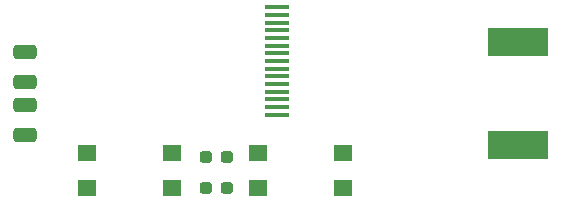
<source format=gtp>
G04 #@! TF.GenerationSoftware,KiCad,Pcbnew,9.0.0*
G04 #@! TF.CreationDate,2025-04-06T23:20:39+02:00*
G04 #@! TF.ProjectId,RF-to-USB,52462d74-6f2d-4555-9342-2e6b69636164,rev?*
G04 #@! TF.SameCoordinates,Original*
G04 #@! TF.FileFunction,Paste,Top*
G04 #@! TF.FilePolarity,Positive*
%FSLAX46Y46*%
G04 Gerber Fmt 4.6, Leading zero omitted, Abs format (unit mm)*
G04 Created by KiCad (PCBNEW 9.0.0) date 2025-04-06 23:20:39*
%MOMM*%
%LPD*%
G01*
G04 APERTURE LIST*
G04 Aperture macros list*
%AMRoundRect*
0 Rectangle with rounded corners*
0 $1 Rounding radius*
0 $2 $3 $4 $5 $6 $7 $8 $9 X,Y pos of 4 corners*
0 Add a 4 corners polygon primitive as box body*
4,1,4,$2,$3,$4,$5,$6,$7,$8,$9,$2,$3,0*
0 Add four circle primitives for the rounded corners*
1,1,$1+$1,$2,$3*
1,1,$1+$1,$4,$5*
1,1,$1+$1,$6,$7*
1,1,$1+$1,$8,$9*
0 Add four rect primitives between the rounded corners*
20,1,$1+$1,$2,$3,$4,$5,0*
20,1,$1+$1,$4,$5,$6,$7,0*
20,1,$1+$1,$6,$7,$8,$9,0*
20,1,$1+$1,$8,$9,$2,$3,0*%
G04 Aperture macros list end*
%ADD10RoundRect,0.060000X-0.940000X-0.140000X0.940000X-0.140000X0.940000X0.140000X-0.940000X0.140000X0*%
%ADD11RoundRect,0.300000X0.700000X0.300000X-0.700000X0.300000X-0.700000X-0.300000X0.700000X-0.300000X0*%
%ADD12RoundRect,0.210000X-0.590000X-0.490000X0.590000X-0.490000X0.590000X0.490000X-0.590000X0.490000X0*%
%ADD13RoundRect,0.237500X-0.287500X-0.237500X0.287500X-0.237500X0.287500X0.237500X-0.287500X0.237500X0*%
%ADD14R,5.080000X2.420000*%
G04 APERTURE END LIST*
D10*
X102000000Y-50300000D03*
X102000000Y-49650000D03*
X102000000Y-49000000D03*
X102000000Y-48350000D03*
X102000000Y-47700000D03*
X102000000Y-47050000D03*
X102000000Y-46400000D03*
X102000000Y-45750000D03*
X102000000Y-45100000D03*
X102000000Y-44450000D03*
X102000000Y-43800000D03*
X102000000Y-43150000D03*
X102000000Y-42500000D03*
X102000000Y-41850000D03*
X102000000Y-41200000D03*
D11*
X80675000Y-52000000D03*
X80675000Y-49500000D03*
X80675000Y-47500000D03*
X80675000Y-45000000D03*
D12*
X100400000Y-56500000D03*
X107600000Y-56500000D03*
X100400000Y-53500000D03*
X107600000Y-53500000D03*
X85900000Y-56500000D03*
X93100000Y-56500000D03*
X85900000Y-53500000D03*
X93100000Y-53500000D03*
D13*
X96000000Y-53910000D03*
X97750000Y-53910000D03*
X96000000Y-56500000D03*
X97750000Y-56500000D03*
D14*
X122430000Y-52880000D03*
X122430000Y-44120000D03*
M02*

</source>
